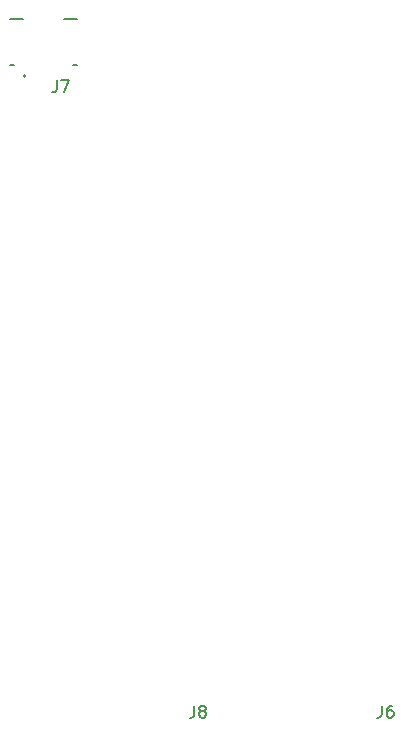
<source format=gbr>
%TF.GenerationSoftware,KiCad,Pcbnew,7.0.7-rc1*%
%TF.CreationDate,2024-04-11T15:56:59-04:00*%
%TF.ProjectId,Moving_PCB,4d6f7669-6e67-45f5-9043-422e6b696361,rev?*%
%TF.SameCoordinates,Original*%
%TF.FileFunction,Legend,Top*%
%TF.FilePolarity,Positive*%
%FSLAX46Y46*%
G04 Gerber Fmt 4.6, Leading zero omitted, Abs format (unit mm)*
G04 Created by KiCad (PCBNEW 7.0.7-rc1) date 2024-04-11 15:56:59*
%MOMM*%
%LPD*%
G01*
G04 APERTURE LIST*
%ADD10C,0.150000*%
%ADD11C,0.127000*%
%ADD12C,0.200000*%
G04 APERTURE END LIST*
D10*
X122341666Y-65289819D02*
X122341666Y-66004104D01*
X122341666Y-66004104D02*
X122294047Y-66146961D01*
X122294047Y-66146961D02*
X122198809Y-66242200D01*
X122198809Y-66242200D02*
X122055952Y-66289819D01*
X122055952Y-66289819D02*
X121960714Y-66289819D01*
X122722619Y-65289819D02*
X123389285Y-65289819D01*
X123389285Y-65289819D02*
X122960714Y-66289819D01*
X133966666Y-118234819D02*
X133966666Y-118949104D01*
X133966666Y-118949104D02*
X133919047Y-119091961D01*
X133919047Y-119091961D02*
X133823809Y-119187200D01*
X133823809Y-119187200D02*
X133680952Y-119234819D01*
X133680952Y-119234819D02*
X133585714Y-119234819D01*
X134585714Y-118663390D02*
X134490476Y-118615771D01*
X134490476Y-118615771D02*
X134442857Y-118568152D01*
X134442857Y-118568152D02*
X134395238Y-118472914D01*
X134395238Y-118472914D02*
X134395238Y-118425295D01*
X134395238Y-118425295D02*
X134442857Y-118330057D01*
X134442857Y-118330057D02*
X134490476Y-118282438D01*
X134490476Y-118282438D02*
X134585714Y-118234819D01*
X134585714Y-118234819D02*
X134776190Y-118234819D01*
X134776190Y-118234819D02*
X134871428Y-118282438D01*
X134871428Y-118282438D02*
X134919047Y-118330057D01*
X134919047Y-118330057D02*
X134966666Y-118425295D01*
X134966666Y-118425295D02*
X134966666Y-118472914D01*
X134966666Y-118472914D02*
X134919047Y-118568152D01*
X134919047Y-118568152D02*
X134871428Y-118615771D01*
X134871428Y-118615771D02*
X134776190Y-118663390D01*
X134776190Y-118663390D02*
X134585714Y-118663390D01*
X134585714Y-118663390D02*
X134490476Y-118711009D01*
X134490476Y-118711009D02*
X134442857Y-118758628D01*
X134442857Y-118758628D02*
X134395238Y-118853866D01*
X134395238Y-118853866D02*
X134395238Y-119044342D01*
X134395238Y-119044342D02*
X134442857Y-119139580D01*
X134442857Y-119139580D02*
X134490476Y-119187200D01*
X134490476Y-119187200D02*
X134585714Y-119234819D01*
X134585714Y-119234819D02*
X134776190Y-119234819D01*
X134776190Y-119234819D02*
X134871428Y-119187200D01*
X134871428Y-119187200D02*
X134919047Y-119139580D01*
X134919047Y-119139580D02*
X134966666Y-119044342D01*
X134966666Y-119044342D02*
X134966666Y-118853866D01*
X134966666Y-118853866D02*
X134919047Y-118758628D01*
X134919047Y-118758628D02*
X134871428Y-118711009D01*
X134871428Y-118711009D02*
X134776190Y-118663390D01*
X149846666Y-118234819D02*
X149846666Y-118949104D01*
X149846666Y-118949104D02*
X149799047Y-119091961D01*
X149799047Y-119091961D02*
X149703809Y-119187200D01*
X149703809Y-119187200D02*
X149560952Y-119234819D01*
X149560952Y-119234819D02*
X149465714Y-119234819D01*
X150751428Y-118234819D02*
X150560952Y-118234819D01*
X150560952Y-118234819D02*
X150465714Y-118282438D01*
X150465714Y-118282438D02*
X150418095Y-118330057D01*
X150418095Y-118330057D02*
X150322857Y-118472914D01*
X150322857Y-118472914D02*
X150275238Y-118663390D01*
X150275238Y-118663390D02*
X150275238Y-119044342D01*
X150275238Y-119044342D02*
X150322857Y-119139580D01*
X150322857Y-119139580D02*
X150370476Y-119187200D01*
X150370476Y-119187200D02*
X150465714Y-119234819D01*
X150465714Y-119234819D02*
X150656190Y-119234819D01*
X150656190Y-119234819D02*
X150751428Y-119187200D01*
X150751428Y-119187200D02*
X150799047Y-119139580D01*
X150799047Y-119139580D02*
X150846666Y-119044342D01*
X150846666Y-119044342D02*
X150846666Y-118806247D01*
X150846666Y-118806247D02*
X150799047Y-118711009D01*
X150799047Y-118711009D02*
X150751428Y-118663390D01*
X150751428Y-118663390D02*
X150656190Y-118615771D01*
X150656190Y-118615771D02*
X150465714Y-118615771D01*
X150465714Y-118615771D02*
X150370476Y-118663390D01*
X150370476Y-118663390D02*
X150322857Y-118711009D01*
X150322857Y-118711009D02*
X150275238Y-118806247D01*
D11*
%TO.C,J7*%
X124000000Y-63950000D02*
X123720000Y-63950000D01*
X122920000Y-60050000D02*
X124000000Y-60050000D01*
X118680000Y-63950000D02*
X118400000Y-63950000D01*
X118400000Y-60050000D02*
X119480000Y-60050000D01*
D12*
X119700000Y-64900000D02*
G75*
G03*
X119700000Y-64900000I-100000J0D01*
G01*
%TD*%
M02*

</source>
